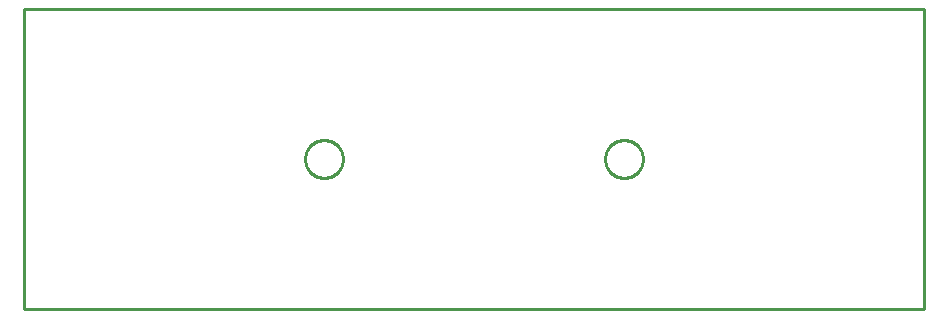
<source format=gbr>
G04 EAGLE Gerber RS-274X export*
G75*
%MOMM*%
%FSLAX34Y34*%
%LPD*%
%IN*%
%IPPOS*%
%AMOC8*
5,1,8,0,0,1.08239X$1,22.5*%
G01*
%ADD10C,0.254000*%


D10*
X0Y0D02*
X762000Y0D01*
X762000Y254000D01*
X0Y254000D01*
X0Y0D01*
X492000Y127524D02*
X492069Y128569D01*
X492205Y129608D01*
X492410Y130635D01*
X492681Y131647D01*
X493017Y132639D01*
X493418Y133607D01*
X493882Y134546D01*
X494406Y135454D01*
X494988Y136325D01*
X495625Y137156D01*
X496316Y137943D01*
X497057Y138684D01*
X497844Y139375D01*
X498675Y140013D01*
X499546Y140595D01*
X500454Y141118D01*
X501393Y141582D01*
X502361Y141983D01*
X503353Y142319D01*
X504365Y142590D01*
X505392Y142795D01*
X506431Y142932D01*
X507476Y143000D01*
X508524Y143000D01*
X509569Y142932D01*
X510608Y142795D01*
X511635Y142590D01*
X512647Y142319D01*
X513639Y141983D01*
X514607Y141582D01*
X515546Y141118D01*
X516454Y140595D01*
X517325Y140013D01*
X518156Y139375D01*
X518943Y138684D01*
X519684Y137943D01*
X520375Y137156D01*
X521013Y136325D01*
X521595Y135454D01*
X522118Y134546D01*
X522582Y133607D01*
X522983Y132639D01*
X523319Y131647D01*
X523590Y130635D01*
X523795Y129608D01*
X523932Y128569D01*
X524000Y127524D01*
X524000Y126476D01*
X523932Y125431D01*
X523795Y124392D01*
X523590Y123365D01*
X523319Y122353D01*
X522983Y121361D01*
X522582Y120393D01*
X522118Y119454D01*
X521595Y118546D01*
X521013Y117675D01*
X520375Y116844D01*
X519684Y116057D01*
X518943Y115316D01*
X518156Y114625D01*
X517325Y113988D01*
X516454Y113406D01*
X515546Y112882D01*
X514607Y112418D01*
X513639Y112017D01*
X512647Y111681D01*
X511635Y111410D01*
X510608Y111205D01*
X509569Y111069D01*
X508524Y111000D01*
X507476Y111000D01*
X506431Y111069D01*
X505392Y111205D01*
X504365Y111410D01*
X503353Y111681D01*
X502361Y112017D01*
X501393Y112418D01*
X500454Y112882D01*
X499546Y113406D01*
X498675Y113988D01*
X497844Y114625D01*
X497057Y115316D01*
X496316Y116057D01*
X495625Y116844D01*
X494988Y117675D01*
X494406Y118546D01*
X493882Y119454D01*
X493418Y120393D01*
X493017Y121361D01*
X492681Y122353D01*
X492410Y123365D01*
X492205Y124392D01*
X492069Y125431D01*
X492000Y126476D01*
X492000Y127524D01*
X238000Y127524D02*
X238069Y128569D01*
X238205Y129608D01*
X238410Y130635D01*
X238681Y131647D01*
X239017Y132639D01*
X239418Y133607D01*
X239882Y134546D01*
X240406Y135454D01*
X240988Y136325D01*
X241625Y137156D01*
X242316Y137943D01*
X243057Y138684D01*
X243844Y139375D01*
X244675Y140013D01*
X245546Y140595D01*
X246454Y141118D01*
X247393Y141582D01*
X248361Y141983D01*
X249353Y142319D01*
X250365Y142590D01*
X251392Y142795D01*
X252431Y142932D01*
X253476Y143000D01*
X254524Y143000D01*
X255569Y142932D01*
X256608Y142795D01*
X257635Y142590D01*
X258647Y142319D01*
X259639Y141983D01*
X260607Y141582D01*
X261546Y141118D01*
X262454Y140595D01*
X263325Y140013D01*
X264156Y139375D01*
X264943Y138684D01*
X265684Y137943D01*
X266375Y137156D01*
X267013Y136325D01*
X267595Y135454D01*
X268118Y134546D01*
X268582Y133607D01*
X268983Y132639D01*
X269319Y131647D01*
X269590Y130635D01*
X269795Y129608D01*
X269932Y128569D01*
X270000Y127524D01*
X270000Y126476D01*
X269932Y125431D01*
X269795Y124392D01*
X269590Y123365D01*
X269319Y122353D01*
X268983Y121361D01*
X268582Y120393D01*
X268118Y119454D01*
X267595Y118546D01*
X267013Y117675D01*
X266375Y116844D01*
X265684Y116057D01*
X264943Y115316D01*
X264156Y114625D01*
X263325Y113988D01*
X262454Y113406D01*
X261546Y112882D01*
X260607Y112418D01*
X259639Y112017D01*
X258647Y111681D01*
X257635Y111410D01*
X256608Y111205D01*
X255569Y111069D01*
X254524Y111000D01*
X253476Y111000D01*
X252431Y111069D01*
X251392Y111205D01*
X250365Y111410D01*
X249353Y111681D01*
X248361Y112017D01*
X247393Y112418D01*
X246454Y112882D01*
X245546Y113406D01*
X244675Y113988D01*
X243844Y114625D01*
X243057Y115316D01*
X242316Y116057D01*
X241625Y116844D01*
X240988Y117675D01*
X240406Y118546D01*
X239882Y119454D01*
X239418Y120393D01*
X239017Y121361D01*
X238681Y122353D01*
X238410Y123365D01*
X238205Y124392D01*
X238069Y125431D01*
X238000Y126476D01*
X238000Y127524D01*
M02*

</source>
